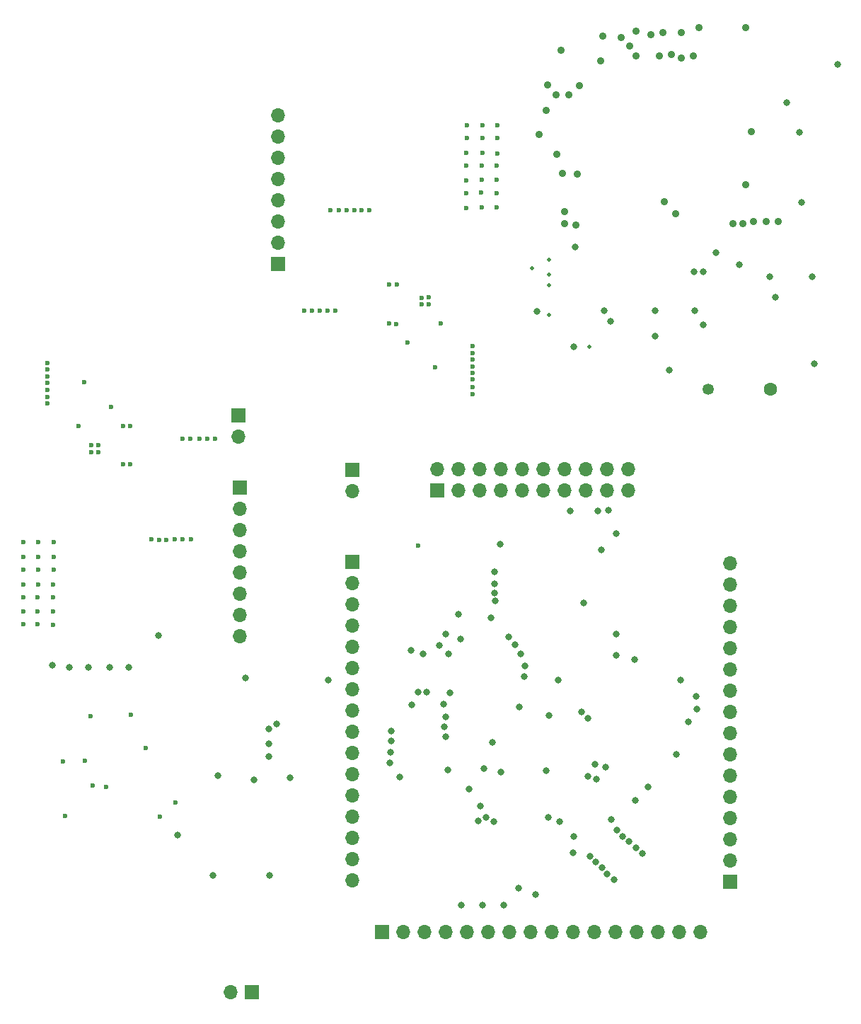
<source format=gbr>
G04 #@! TF.GenerationSoftware,KiCad,Pcbnew,5.0.2-bee76a0~70~ubuntu18.04.1*
G04 #@! TF.CreationDate,2019-04-16T21:06:36-07:00*
G04 #@! TF.ProjectId,habiv-board,68616269-762d-4626-9f61-72642e6b6963,rev?*
G04 #@! TF.SameCoordinates,Original*
G04 #@! TF.FileFunction,Copper,L2,Inr*
G04 #@! TF.FilePolarity,Positive*
%FSLAX46Y46*%
G04 Gerber Fmt 4.6, Leading zero omitted, Abs format (unit mm)*
G04 Created by KiCad (PCBNEW 5.0.2-bee76a0~70~ubuntu18.04.1) date Tue 16 Apr 2019 09:06:36 PM PDT*
%MOMM*%
%LPD*%
G01*
G04 APERTURE LIST*
G04 #@! TA.AperFunction,ViaPad*
%ADD10R,1.700000X1.700000*%
G04 #@! TD*
G04 #@! TA.AperFunction,ViaPad*
%ADD11O,1.700000X1.700000*%
G04 #@! TD*
G04 #@! TA.AperFunction,WasherPad*
%ADD12C,1.600000*%
G04 #@! TD*
G04 #@! TA.AperFunction,WasherPad*
%ADD13C,1.350000*%
G04 #@! TD*
G04 #@! TA.AperFunction,ViaPad*
%ADD14C,0.800000*%
G04 #@! TD*
G04 #@! TA.AperFunction,ViaPad*
%ADD15C,0.600000*%
G04 #@! TD*
G04 #@! TA.AperFunction,ViaPad*
%ADD16C,0.906400*%
G04 #@! TD*
G04 #@! TA.AperFunction,ViaPad*
%ADD17C,0.500000*%
G04 #@! TD*
G04 APERTURE END LIST*
D10*
G04 #@! TO.N,Net-(J2-Pad1)*
G04 #@! TO.C,J2*
X132418247Y-65931568D03*
D11*
X132418247Y-63391568D03*
G04 #@! TO.N,PB4*
X134958247Y-65931568D03*
G04 #@! TO.N,GND*
X134958247Y-63391568D03*
G04 #@! TO.N,PA15*
X137498247Y-65931568D03*
G04 #@! TO.N,GND*
X137498247Y-63391568D03*
G04 #@! TO.N,PA13*
X140038247Y-65931568D03*
G04 #@! TO.N,GND*
X140038247Y-63391568D03*
G04 #@! TO.N,PA14*
X142578247Y-65931568D03*
G04 #@! TO.N,GND*
X142578247Y-63391568D03*
G04 #@! TO.N,Net-(10k2-Pad2)*
X145118247Y-65931568D03*
G04 #@! TO.N,GND*
X145118247Y-63391568D03*
G04 #@! TO.N,PB3*
X147658247Y-65931568D03*
G04 #@! TO.N,GND*
X147658247Y-63391568D03*
G04 #@! TO.N,RST*
X150198247Y-65931568D03*
G04 #@! TO.N,GND*
X150198247Y-63391568D03*
G04 #@! TO.N,Net-(10k4-Pad2)*
X152738247Y-65931568D03*
G04 #@! TO.N,GND*
X152738247Y-63391568D03*
G04 #@! TO.N,Net-(10k3-Pad2)*
X155278247Y-65931568D03*
G04 #@! TO.N,GND*
X155278247Y-63391568D03*
G04 #@! TD*
D10*
G04 #@! TO.N,PA0*
G04 #@! TO.C,J4*
X125829487Y-118758488D03*
D11*
G04 #@! TO.N,PA1*
X128369487Y-118758488D03*
G04 #@! TO.N,PA2*
X130909487Y-118758488D03*
G04 #@! TO.N,PA3*
X133449487Y-118758488D03*
G04 #@! TO.N,PA4*
X135989487Y-118758488D03*
G04 #@! TO.N,PA5*
X138529487Y-118758488D03*
G04 #@! TO.N,PA6*
X141069487Y-118758488D03*
G04 #@! TO.N,PA7*
X143609487Y-118758488D03*
G04 #@! TO.N,PA8*
X146149487Y-118758488D03*
G04 #@! TO.N,PA9*
X148689487Y-118758488D03*
G04 #@! TO.N,PA10*
X151229487Y-118758488D03*
G04 #@! TO.N,PA11*
X153769487Y-118758488D03*
G04 #@! TO.N,PA12*
X156309487Y-118758488D03*
G04 #@! TO.N,PA13*
X158849487Y-118758488D03*
G04 #@! TO.N,PA14*
X161389487Y-118758488D03*
G04 #@! TO.N,PA15*
X163929487Y-118758488D03*
G04 #@! TD*
G04 #@! TO.N,+3V3*
G04 #@! TO.C,J5*
X122293807Y-66033168D03*
D10*
G04 #@! TO.N,GND*
X122293807Y-63493168D03*
G04 #@! TD*
G04 #@! TO.N,PB0*
G04 #@! TO.C,J6*
X167500727Y-112774248D03*
D11*
G04 #@! TO.N,PB1*
X167500727Y-110234248D03*
G04 #@! TO.N,PB2*
X167500727Y-107694248D03*
G04 #@! TO.N,PB3*
X167500727Y-105154248D03*
G04 #@! TO.N,PB4*
X167500727Y-102614248D03*
G04 #@! TO.N,PB5*
X167500727Y-100074248D03*
G04 #@! TO.N,PB6*
X167500727Y-97534248D03*
G04 #@! TO.N,PB7*
X167500727Y-94994248D03*
G04 #@! TO.N,PB8*
X167500727Y-92454248D03*
G04 #@! TO.N,PB9*
X167500727Y-89914248D03*
G04 #@! TO.N,PB10*
X167500727Y-87374248D03*
G04 #@! TO.N,PB11*
X167500727Y-84834248D03*
G04 #@! TO.N,PB12*
X167500727Y-82294248D03*
G04 #@! TO.N,PB13*
X167500727Y-79754248D03*
G04 #@! TO.N,PB14*
X167500727Y-77214248D03*
G04 #@! TO.N,PB15*
X167500727Y-74674248D03*
G04 #@! TD*
G04 #@! TO.N,PD2*
G04 #@! TO.C,J7*
X122278567Y-112581208D03*
G04 #@! TO.N,N/C*
X122278567Y-110041208D03*
G04 #@! TO.N,PC13*
X122278567Y-107501208D03*
G04 #@! TO.N,PC12*
X122278567Y-104961208D03*
G04 #@! TO.N,PC11*
X122278567Y-102421208D03*
G04 #@! TO.N,PC10*
X122278567Y-99881208D03*
G04 #@! TO.N,PC9*
X122278567Y-97341208D03*
G04 #@! TO.N,PC8*
X122278567Y-94801208D03*
G04 #@! TO.N,PC7*
X122278567Y-92261208D03*
G04 #@! TO.N,PC6*
X122278567Y-89721208D03*
G04 #@! TO.N,PC5*
X122278567Y-87181208D03*
G04 #@! TO.N,PC4*
X122278567Y-84641208D03*
G04 #@! TO.N,PC3*
X122278567Y-82101208D03*
G04 #@! TO.N,PC2*
X122278567Y-79561208D03*
G04 #@! TO.N,PC1*
X122278567Y-77021208D03*
D10*
G04 #@! TO.N,PC0*
X122278567Y-74481208D03*
G04 #@! TD*
G04 #@! TO.N,Net-(C8-Pad1)*
G04 #@! TO.C,J9*
X108634550Y-56984249D03*
D11*
G04 #@! TO.N,GND*
X108634550Y-59524249D03*
G04 #@! TD*
D10*
G04 #@! TO.N,Net-(J3-Pad1)*
G04 #@! TO.C,J3*
X110226000Y-126024000D03*
D11*
G04 #@! TO.N,Net-(J3-Pad2)*
X107686000Y-126024000D03*
G04 #@! TD*
D12*
G04 #@! TO.N,*
G04 #@! TO.C,B2*
X172336000Y-53812000D03*
D13*
X164886000Y-53812000D03*
G04 #@! TD*
D10*
G04 #@! TO.N,GND*
G04 #@! TO.C,J8*
X113396250Y-38872489D03*
D11*
X113396250Y-36332489D03*
X113396250Y-33792489D03*
X113396250Y-31252489D03*
G04 #@! TO.N,+3V3*
X113396250Y-28712489D03*
X113396250Y-26172489D03*
X113396250Y-23632489D03*
X113396250Y-21092489D03*
G04 #@! TD*
G04 #@! TO.N,+5V*
G04 #@! TO.C,J10*
X108846250Y-83382489D03*
X108846250Y-80842489D03*
X108846250Y-78302489D03*
X108846250Y-75762489D03*
G04 #@! TO.N,GND*
X108846250Y-73222489D03*
X108846250Y-70682489D03*
X108846250Y-68142489D03*
D10*
X108846250Y-65602489D03*
G04 #@! TD*
D14*
G04 #@! TO.N,*
X153841753Y-71148448D03*
X148316767Y-68373448D03*
G04 #@! TO.N,+3V3*
X86360000Y-86868000D03*
X101346000Y-107188000D03*
X109474000Y-88392000D03*
X136270577Y-101660025D03*
X161541767Y-88648448D03*
X145688167Y-105073448D03*
X135241767Y-83723448D03*
X130721231Y-85473361D03*
X133816767Y-85473361D03*
X148776771Y-107394528D03*
X162476767Y-93598448D03*
X153836767Y-85658448D03*
X153276767Y-105308448D03*
D15*
X130136767Y-72558448D03*
X132170190Y-51213369D03*
D14*
X119380000Y-88646000D03*
G04 #@! TO.N,GND*
X176022000Y-31496000D03*
X177546000Y-50800000D03*
X177292000Y-40386000D03*
X148944000Y-36868000D03*
X148794000Y-48768000D03*
X144394000Y-44518000D03*
D16*
X163761600Y-10616900D03*
X163040000Y-14002000D03*
X169349600Y-29412900D03*
X171840000Y-33802000D03*
X160967600Y-32841900D03*
X169040000Y-34002000D03*
X147640000Y-34002000D03*
X149040000Y-34202000D03*
X159040000Y-14002000D03*
X156240000Y-11002000D03*
X170240000Y-33802000D03*
X159440000Y-11202000D03*
X154440000Y-11802000D03*
X147640000Y-32602000D03*
X173240000Y-33802000D03*
X161640000Y-11202000D03*
X155440000Y-12802000D03*
X148140600Y-18617900D03*
X149410600Y-17538400D03*
X145600600Y-17474900D03*
X149156600Y-28142900D03*
X146743600Y-25729900D03*
X147378600Y-28015900D03*
X145473600Y-20522900D03*
X144584600Y-23380400D03*
X146616600Y-18617900D03*
X147251600Y-13283900D03*
X151950600Y-14553900D03*
X158040000Y-11402000D03*
X152240000Y-11602000D03*
X167840000Y-34002000D03*
D14*
X147116767Y-105548448D03*
X153841767Y-83148448D03*
X149991767Y-79423448D03*
X139291767Y-75648434D03*
X134966781Y-80748448D03*
X132658443Y-84483577D03*
X133466769Y-83148448D03*
X129316768Y-85048448D03*
X145816765Y-92848448D03*
X140016767Y-99648448D03*
X138016767Y-99248448D03*
X142262661Y-91877554D03*
X139016618Y-96073618D03*
X129391767Y-91623448D03*
X148656767Y-109298448D03*
X145427946Y-99486315D03*
X156036767Y-86208448D03*
X127906767Y-100248448D03*
D15*
X105843090Y-59798569D03*
X104933770Y-59813809D03*
X103943170Y-59798569D03*
X102886530Y-59798569D03*
X101926410Y-59798569D03*
X102947490Y-71822929D03*
X101931490Y-71822929D03*
X100981530Y-71833089D03*
X100036650Y-71843249D03*
X99127330Y-71843249D03*
X98223090Y-71833089D03*
X82876410Y-81993089D03*
X84578210Y-81993089D03*
X86478130Y-82008329D03*
X86462890Y-80453849D03*
X84593450Y-80453849D03*
X82861170Y-80453849D03*
X82876410Y-78716489D03*
X84623930Y-78736809D03*
X86478130Y-78701249D03*
X86493370Y-77207729D03*
X84669650Y-77222969D03*
X82891650Y-77207729D03*
X82911970Y-75399249D03*
X84669650Y-75419569D03*
X86523850Y-75419569D03*
X86523850Y-73920969D03*
X84684890Y-73905729D03*
X82927210Y-73905729D03*
X82911970Y-72117569D03*
X84669650Y-72117569D03*
X86523850Y-72132809D03*
X91852770Y-60504689D03*
X91019650Y-60494529D03*
X91009490Y-61373369D03*
X91852770Y-61388609D03*
X85807570Y-55561849D03*
X85782170Y-54754129D03*
X85772010Y-53900689D03*
X85772010Y-53098049D03*
X85761850Y-52295409D03*
X85761850Y-51513089D03*
X85761850Y-50674889D03*
X119640370Y-32447849D03*
X120691930Y-32442769D03*
X121611410Y-32437689D03*
X122546130Y-32437689D03*
X123343690Y-32432609D03*
X124263170Y-32463089D03*
X116506010Y-44436649D03*
X117420410Y-44416329D03*
X118350050Y-44441729D03*
X119330490Y-44441729D03*
X120275370Y-44441729D03*
X139604770Y-22277689D03*
X137867410Y-22257369D03*
X135987810Y-22257369D03*
X135967490Y-23811849D03*
X137806450Y-23811849D03*
X139584450Y-23811849D03*
X139584450Y-25610169D03*
X137826770Y-25589849D03*
X135926850Y-25589849D03*
X135886210Y-27057969D03*
X137765810Y-27057969D03*
X139543810Y-27078289D03*
X139543810Y-28815649D03*
X137765810Y-28795329D03*
X135865890Y-28856289D03*
X135865890Y-30370129D03*
X137704850Y-30329489D03*
X139564130Y-30370129D03*
X139564130Y-32087169D03*
X137745490Y-32127809D03*
X135865890Y-32148129D03*
X136658370Y-48708929D03*
X136668530Y-49521729D03*
X136658370Y-50298969D03*
X136658370Y-51096529D03*
X136668530Y-51914409D03*
X136668530Y-52701809D03*
X136658370Y-53565409D03*
X136658370Y-54454409D03*
X131420890Y-43720369D03*
X131420890Y-42866929D03*
X130608090Y-42887249D03*
X130608090Y-43720369D03*
D14*
X172212000Y-40386000D03*
X99060000Y-83312000D03*
G04 #@! TO.N,PA5*
X90678000Y-87122000D03*
X133416791Y-93073448D03*
X135340999Y-115570000D03*
X113196020Y-93874091D03*
G04 #@! TO.N,PA7*
X112268000Y-94488000D03*
X88392000Y-87122000D03*
X133445802Y-95395939D03*
X140420999Y-115570000D03*
G04 #@! TO.N,PA6*
X112268000Y-96266000D03*
X93218000Y-87122000D03*
X133316767Y-94248448D03*
X137880999Y-115570000D03*
X106172000Y-100076000D03*
G04 #@! TO.N,PA8*
X112268000Y-97790000D03*
X142188167Y-113538000D03*
X114808000Y-100330000D03*
D16*
G04 #@! TO.N,3.3V*
X169349600Y-10616900D03*
X156240000Y-14002000D03*
X161640000Y-14202000D03*
G04 #@! TO.N,/1PPS*
X160440000Y-13802000D03*
G04 #@! TO.N,/FIX*
X170040000Y-23002000D03*
X159640000Y-31402000D03*
D14*
G04 #@! TO.N,Net-(C1-Pad1)*
X164256000Y-46142000D03*
X164256000Y-39792000D03*
G04 #@! TO.N,VCC*
X168556000Y-38976990D03*
X165806000Y-37542000D03*
G04 #@! TO.N,Net-(B2-Pad2)*
X160186000Y-51562000D03*
X172906000Y-42837000D03*
G04 #@! TO.N,Net-(IC1-Pad8)*
X163206000Y-39792000D03*
X163256000Y-44442000D03*
G04 #@! TO.N,PB9*
X153162000Y-45720000D03*
X163376767Y-90598446D03*
X149708807Y-92486758D03*
G04 #@! TO.N,PB8*
X158496000Y-47498000D03*
X152400000Y-44450000D03*
X158496000Y-44450000D03*
X163496767Y-92128448D03*
X150436767Y-93238448D03*
G04 #@! TO.N,RST*
X142852917Y-88198448D03*
G04 #@! TO.N,PB4*
X152091788Y-73084937D03*
X157650591Y-101430608D03*
G04 #@! TO.N,PB3*
X151641777Y-68408207D03*
X156136767Y-103028448D03*
G04 #@! TO.N,PA1*
X130116767Y-90123448D03*
G04 #@! TO.N,PA2*
X131141767Y-90073448D03*
G04 #@! TO.N,PA3*
X133966610Y-90148616D03*
G04 #@! TO.N,PA4*
X133191588Y-91500330D03*
G04 #@! TO.N,PA9*
X95504000Y-87122000D03*
X144230999Y-114300000D03*
G04 #@! TO.N,PA10*
X174244000Y-19558000D03*
G04 #@! TO.N,PB0*
X126891757Y-94723444D03*
G04 #@! TO.N,PB1*
X126891757Y-95899894D03*
G04 #@! TO.N,PB2*
X126866744Y-97273471D03*
G04 #@! TO.N,PB6*
X180340000Y-14986000D03*
X161036000Y-97534248D03*
G04 #@! TO.N,PB10*
X126791767Y-98548448D03*
G04 #@! TO.N,PB12*
X137581900Y-103728700D03*
X152791278Y-111850349D03*
X156186767Y-108718448D03*
G04 #@! TO.N,PB13*
X137367989Y-105469454D03*
X152145954Y-111086425D03*
X155406767Y-107978448D03*
G04 #@! TO.N,PB14*
X138290846Y-105084281D03*
X151431191Y-110387041D03*
X154640417Y-107336006D03*
G04 #@! TO.N,PB15*
X175768000Y-23114000D03*
X139166769Y-105573448D03*
X150698056Y-109706940D03*
X153971560Y-106592599D03*
G04 #@! TO.N,PC0*
X139291767Y-77148432D03*
X142891767Y-86948448D03*
G04 #@! TO.N,PC1*
X139303320Y-78199176D03*
X142416767Y-85548448D03*
G04 #@! TO.N,PC2*
X139341767Y-79198448D03*
X141741767Y-84448448D03*
G04 #@! TO.N,PC3*
X138841767Y-81173448D03*
X140966767Y-83473448D03*
G04 #@! TO.N,PC7*
X110490000Y-100584000D03*
G04 #@! TO.N,PC10*
X150486209Y-100182571D03*
G04 #@! TO.N,PC11*
X151438806Y-100486844D03*
G04 #@! TO.N,PC12*
X151316767Y-98708448D03*
G04 #@! TO.N,PC13*
X146891767Y-88623448D03*
G04 #@! TO.N,PD2*
X152556706Y-99060574D03*
G04 #@! TO.N,PB11*
X133703471Y-99368146D03*
X153556766Y-112548448D03*
X156976767Y-109368448D03*
G04 #@! TO.N,Net-(10k4-Pad2)*
X152908000Y-68326000D03*
X139954000Y-72390000D03*
D15*
G04 #@! TO.N,Net-(C8-Pad1)*
X128908830Y-48241569D03*
X132835670Y-46001289D03*
X93409790Y-55998729D03*
X89482950Y-58239009D03*
G04 #@! TO.N,Net-(C13-Pad1)*
X126650770Y-41299749D03*
X126650770Y-45991129D03*
X127565170Y-41337849D03*
X127542310Y-46047009D03*
G04 #@! TO.N,Net-(C14-Pad1)*
X94819490Y-62856729D03*
X95665310Y-62844029D03*
X95665310Y-58249169D03*
X94816950Y-58239009D03*
G04 #@! TO.N,+5V*
X90153510Y-52991369D03*
G04 #@! TO.N,Net-(J1-Pad2)*
X95736000Y-92812000D03*
X101136000Y-103312000D03*
X87886000Y-104912000D03*
X99236000Y-104962000D03*
G04 #@! TO.N,Net-(J1-Pad4)*
X90286000Y-98312000D03*
X87636000Y-98362000D03*
G04 #@! TO.N,Net-(J1-Pad5)*
X91236000Y-101262000D03*
X90936000Y-92962000D03*
G04 #@! TO.N,Net-(J1-Pad7)*
X97536000Y-96812000D03*
X92836000Y-101462000D03*
D14*
G04 #@! TO.N,Net-(R19-Pad2)*
X105596000Y-111974000D03*
X112346000Y-112024000D03*
D17*
G04 #@! TO.N,Net-(C12-Pad1)*
X145796000Y-41402000D03*
X145796000Y-44958000D03*
G04 #@! TO.N,Net-(C19-Pad2)*
X145796000Y-38354000D03*
X145796000Y-40132000D03*
G04 #@! TO.N,Net-(R33-Pad1)*
X143764000Y-39370000D03*
X150622000Y-48768000D03*
G04 #@! TD*
M02*

</source>
